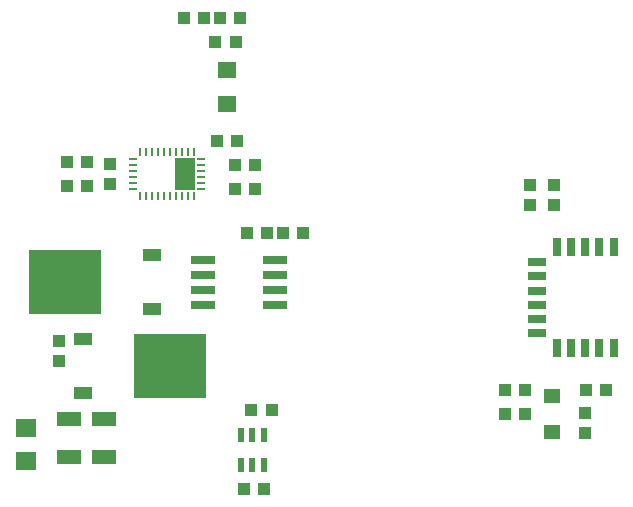
<source format=gtp>
G75*
%MOIN*%
%OFA0B0*%
%FSLAX25Y25*%
%IPPOS*%
%LPD*%
%AMOC8*
5,1,8,0,0,1.08239X$1,22.5*
%
%ADD10R,0.03937X0.04331*%
%ADD11R,0.04331X0.03937*%
%ADD12R,0.06299X0.05512*%
%ADD13R,0.07874X0.04724*%
%ADD14R,0.00984X0.02756*%
%ADD15R,0.02756X0.00984*%
%ADD16R,0.06693X0.10630*%
%ADD17R,0.02165X0.04724*%
%ADD18R,0.24409X0.21260*%
%ADD19R,0.06299X0.03937*%
%ADD20R,0.08000X0.02600*%
%ADD21R,0.02756X0.05906*%
%ADD22R,0.05906X0.02756*%
%ADD23R,0.05512X0.04724*%
%ADD24R,0.07087X0.06299*%
D10*
X0072300Y0084954D03*
X0072300Y0091646D03*
X0089300Y0143954D03*
X0089300Y0150646D03*
X0229300Y0143646D03*
X0229300Y0136954D03*
X0237300Y0136954D03*
X0237300Y0143646D03*
X0247800Y0067646D03*
X0247800Y0060954D03*
D11*
X0247954Y0075300D03*
X0254646Y0075300D03*
X0227646Y0075300D03*
X0220954Y0075300D03*
X0220954Y0067300D03*
X0227646Y0067300D03*
X0153646Y0127800D03*
X0146954Y0127800D03*
X0141646Y0127800D03*
X0134954Y0127800D03*
X0137646Y0142300D03*
X0130954Y0142300D03*
X0130954Y0150300D03*
X0137646Y0150300D03*
X0131646Y0158300D03*
X0124954Y0158300D03*
X0124454Y0191300D03*
X0131146Y0191300D03*
X0132646Y0199300D03*
X0125954Y0199300D03*
X0120746Y0199300D03*
X0114054Y0199300D03*
X0081646Y0151300D03*
X0074954Y0151300D03*
X0074954Y0143300D03*
X0081646Y0143300D03*
X0136454Y0068800D03*
X0143146Y0068800D03*
X0140646Y0042300D03*
X0133954Y0042300D03*
D12*
X0128300Y0170788D03*
X0128300Y0181812D03*
D13*
X0087300Y0065599D03*
X0075800Y0065599D03*
X0075800Y0053001D03*
X0087300Y0053001D03*
D14*
X0099442Y0139820D03*
X0101410Y0139820D03*
X0103379Y0139820D03*
X0105347Y0139820D03*
X0107316Y0139820D03*
X0109284Y0139820D03*
X0111253Y0139820D03*
X0113221Y0139820D03*
X0115190Y0139820D03*
X0117158Y0139820D03*
X0117158Y0154780D03*
X0115190Y0154780D03*
X0113221Y0154780D03*
X0111253Y0154780D03*
X0109284Y0154780D03*
X0107316Y0154780D03*
X0105347Y0154780D03*
X0103379Y0154780D03*
X0101410Y0154780D03*
X0099442Y0154780D03*
D15*
X0096883Y0152221D03*
X0096883Y0150253D03*
X0096883Y0148284D03*
X0096883Y0146316D03*
X0096883Y0144347D03*
X0096883Y0142379D03*
X0119717Y0142379D03*
X0119717Y0144347D03*
X0119717Y0146316D03*
X0119717Y0148284D03*
X0119717Y0150253D03*
X0119717Y0152221D03*
D16*
X0114206Y0147300D03*
D17*
X0133060Y0060418D03*
X0136800Y0060418D03*
X0140540Y0060418D03*
X0140540Y0050182D03*
X0136800Y0050182D03*
X0133060Y0050182D03*
D18*
X0109143Y0083300D03*
X0074457Y0111300D03*
D19*
X0080402Y0092276D03*
X0080402Y0074324D03*
X0103198Y0102324D03*
X0103198Y0120276D03*
D20*
X0120200Y0118800D03*
X0120200Y0113800D03*
X0120200Y0108800D03*
X0120200Y0103800D03*
X0144400Y0103800D03*
X0144400Y0108800D03*
X0144400Y0113800D03*
X0144400Y0118800D03*
D21*
X0238280Y0122816D03*
X0243005Y0122816D03*
X0247729Y0122816D03*
X0252454Y0122816D03*
X0257178Y0122816D03*
X0257178Y0089351D03*
X0252454Y0089351D03*
X0247729Y0089351D03*
X0243005Y0089351D03*
X0238280Y0089351D03*
D22*
X0231784Y0094272D03*
X0231784Y0098997D03*
X0231784Y0103721D03*
X0231784Y0108446D03*
X0231784Y0113170D03*
X0231784Y0117894D03*
D23*
X0236800Y0073206D03*
X0236800Y0061394D03*
D24*
X0061210Y0051698D03*
X0061210Y0062722D03*
M02*

</source>
